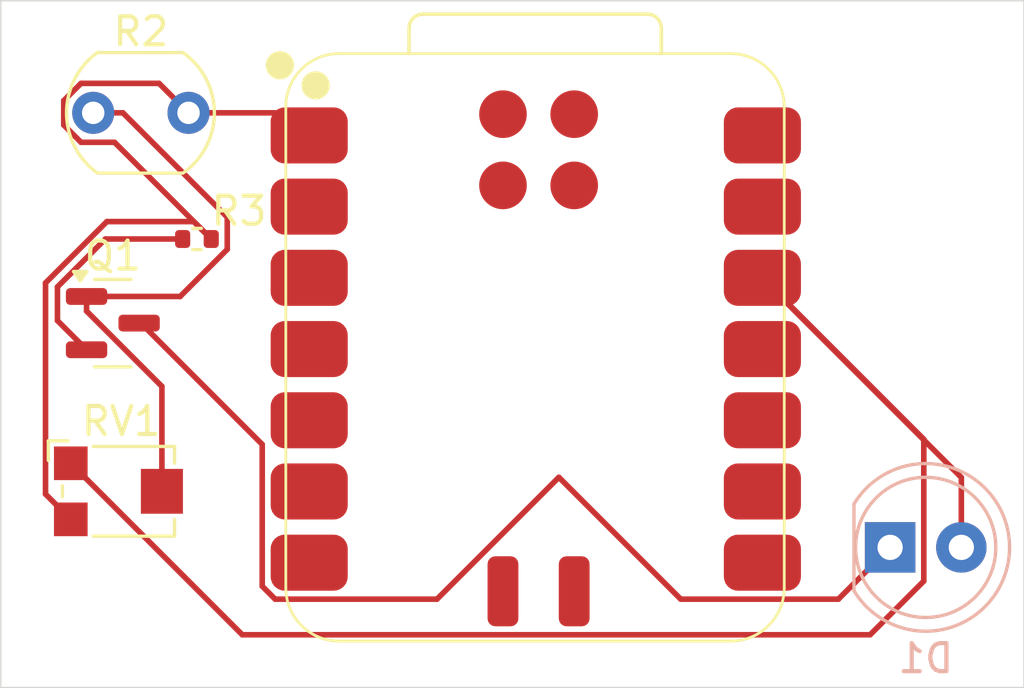
<source format=kicad_pcb>
(kicad_pcb (version 20241229) (generator "pcbnew") (generator_version "9.0")
  (layers (0 "F.Cu" signal) (2 "B.Cu" signal) (13 "F.Paste" user) (15 "B.Paste" user) (5 "F.SilkS" user "F.Silkscreen") (7 "B.SilkS" user "B.Silkscreen") (1 "F.Mask" user) (3 "B.Mask" user) (25 "Edge.Cuts" user))
  (net 0 "")
  (net 1 "Net-(D1-A)")
  (net 2 "Net-(D1-K)")
  (net 3 "Net-(U1-PA02_A0_D0)")
  (net 6 "Net-(Q1-G)")
  (net 7 "Net-(Q1-S)")
  (net 10 "+5V")
  (net 22 "GND")
  (footprint "Custom:XIAO-RP2040-SMD" (layer "F.Cu") (at 144.004 91.9255)
    (property "Reference" "U1" (hide yes))
    (property "Value" "Seeed Studio XIAO SAMD21")
    (fp_line (start -8.835 8.513) (end -8.835 -8.632) (stroke (width 0.1)) (layer "F.SilkS"))
    (fp_line (start -6.93 10.418) (end 7.04 10.418) (stroke (width 0.1)) (layer "F.SilkS"))
    (fp_line (start -4.44 -10.537) (end -4.436272 -11.447272) (stroke (width 0.127)) (layer "F.SilkS"))
    (fp_line (start -3.936272 -11.947) (end 4.059 -11.947) (stroke (width 0.127)) (layer "F.SilkS"))
    (fp_line (start 4.559 -11.447) (end 4.559 -10.537) (stroke (width 0.127)) (layer "F.SilkS"))
    (fp_line (start 7.04 -10.537) (end -6.93 -10.537) (stroke (width 0.1)) (layer "F.SilkS"))
    (fp_line (start 8.945 8.513) (end 8.945 -8.632) (stroke (width 0.1)) (layer "F.SilkS"))
    (fp_arc (start -8.835 -8.636) (mid -8.277038 -9.983038) (end -6.93 -10.541) (stroke (width 0.1)) (layer "F.SilkS"))
    (fp_arc (start -6.93 10.418) (mid -8.277038 9.860038) (end -8.835 8.513) (stroke (width 0.1)) (layer "F.SilkS"))
    (fp_arc (start -4.436272 -11.447272) (mid -4.289724 -11.800644) (end -3.936272 -11.947) (stroke (width 0.127)) (layer "F.SilkS"))
    (fp_arc (start 4.059 -11.947) (mid 4.412553 -11.800553) (end 4.559 -11.447) (stroke (width 0.127)) (layer "F.SilkS"))
    (fp_arc (start 7.04 -10.537) (mid 8.387038 -9.979038) (end 8.945 -8.632) (stroke (width 0.1)) (layer "F.SilkS"))
    (fp_arc (start 8.945 8.513) (mid 8.387038 9.860038) (end 7.04 10.418) (stroke (width 0.1)) (layer "F.SilkS"))
    (fp_circle (center -9.045 -10.121) (end -9.045 -10.375) (stroke (width 0.5)) (fill yes) (layer "F.SilkS"))
    (fp_circle (center -7.771 -9.404) (end -7.771 -9.658) (stroke (width 0.5)) (fill yes) (layer "F.SilkS"))
    (pad "1" smd roundrect (at -8 -7.62) (size 2.75 2) (layers "F.Cu" "F.Mask" "F.Paste") (net 3 "Net-(U1-PA02_A0_D0)"))
    (pad "2" smd roundrect (at -8 -5.08) (size 2.75 2) (layers "F.Cu" "F.Mask" "F.Paste"))
    (pad "3" smd roundrect (at -8 -2.54) (size 2.75 2) (layers "F.Cu" "F.Mask" "F.Paste"))
    (pad "4" smd roundrect (at -8 0) (size 2.75 2) (layers "F.Cu" "F.Mask" "F.Paste"))
    (pad "5" smd roundrect (at -8 2.54) (size 2.75 2) (layers "F.Cu" "F.Mask" "F.Paste"))
    (pad "6" smd roundrect (at -8 5.08) (size 2.75 2) (layers "F.Cu" "F.Mask" "F.Paste"))
    (pad "7" smd roundrect (at -8 7.62) (size 2.75 2) (layers "F.Cu" "F.Mask" "F.Paste"))
    (pad "8" smd roundrect (at 8.165 7.62) (size 2.75 2) (layers "F.Cu" "F.Mask" "F.Paste"))
    (pad "9" smd roundrect (at 8.165 5.08) (size 2.75 2) (layers "F.Cu" "F.Mask" "F.Paste"))
    (pad "10" smd roundrect (at 8.165 2.54) (size 2.75 2) (layers "F.Cu" "F.Mask" "F.Paste"))
    (pad "11" smd roundrect (at 8.165 0) (size 2.75 2) (layers "F.Cu" "F.Mask" "F.Paste"))
    (pad "12" smd roundrect (at 8.165 -2.54) (size 2.75 2) (layers "F.Cu" "F.Mask" "F.Paste") (net 1 "Net-(D1-A)"))
    (pad "13" smd roundrect (at 8.165 -5.08) (size 2.75 2) (layers "F.Cu" "F.Mask" "F.Paste") (net 22 "GND"))
    (pad "14" smd roundrect (at 8.165 -7.62) (size 2.75 2) (layers "F.Cu" "F.Mask" "F.Paste") (net 10 "+5V"))
    (pad "15" smd roundrect (at -1.088 8.64 270) (size 2.5 1.1) (layers "F.Cu" "F.Mask" "F.Paste"))
    (pad "16" smd roundrect (at 1.452 8.64 270) (size 2.5 1.1) (layers "F.Cu" "F.Mask" "F.Paste"))
    (pad "17" smd circle (at -1.088 -8.378) (size 1.7 1.7) (layers "F.Cu" "F.Mask" "F.Paste"))
    (pad "18" smd circle (at 1.452 -8.378) (size 1.7 1.7) (layers "F.Cu" "F.Mask" "F.Paste"))
    (pad "19" smd circle (at -1.088 -5.838) (size 1.7 1.7) (layers "F.Cu" "F.Mask" "F.Paste"))
    (pad "20" smd circle (at 1.452 -5.838) (size 1.7 1.7) (layers "F.Cu" "F.Mask" "F.Paste"))
  )
  (footprint "Potentiometer_SMD:Potentiometer_Bourns_TC33X_Vertical" (layer "F.Cu") (at 129.3 97)
    (property "Reference" "RV1" (at 0 -2.5 0) (layer "F.SilkS"))
    (property "Value" "100kΩ")
    (fp_line (start -2.6 -1.8) (end -2.6 -1.1) (stroke (width 0.12)) (layer "F.SilkS"))
    (fp_line (start -2.1 -0.2) (end -2.1 0.2) (stroke (width 0.12)) (layer "F.SilkS"))
    (fp_line (start -1.9 -1.8) (end -2.6 -1.8) (stroke (width 0.12)) (layer "F.SilkS"))
    (fp_line (start -1 -1.6) (end 1.9 -1.6) (stroke (width 0.12)) (layer "F.SilkS"))
    (fp_line (start -1 1.6) (end 1.9 1.6) (stroke (width 0.12)) (layer "F.SilkS"))
    (fp_line (start 1.9 -1.6) (end 1.9 -1) (stroke (width 0.12)) (layer "F.SilkS"))
    (fp_line (start 1.9 1.6) (end 1.9 1) (stroke (width 0.12)) (layer "F.SilkS"))
    (pad "1" smd rect (at -1.8 -1) (size 1.2 1.2) (layers "F.Cu" "F.Mask" "F.Paste") (net 1 "Net-(D1-A)"))
    (pad "2" smd rect (at 1.45 0) (size 1.5 1.6) (layers "F.Cu" "F.Mask" "F.Paste") (net 6 "Net-(Q1-G)"))
    (pad "3" smd rect (at -1.8 1) (size 1.2 1.2) (layers "F.Cu" "F.Mask" "F.Paste") (net 3 "Net-(U1-PA02_A0_D0)"))
  )
  (footprint "Resistor_SMD:R_0402_1005Metric" (layer "F.Cu") (at 132 88)
    (property "Reference" "R3" (at 1.5 -1 0) (layer "F.SilkS"))
    (property "Value" "68Ω")
    (fp_line (start -0.153641 -0.38) (end 0.153641 -0.38) (stroke (width 0.12)) (layer "F.SilkS"))
    (fp_line (start -0.153641 0.38) (end 0.153641 0.38) (stroke (width 0.12)) (layer "F.SilkS"))
    (pad "1" smd roundrect (at -0.51 0) (size 0.54 0.64) (layers "F.Cu" "F.Mask" "F.Paste") (net 7 "Net-(Q1-S)"))
    (pad "2" smd roundrect (at 0.51 0) (size 0.54 0.64) (layers "F.Cu" "F.Mask" "F.Paste") (net 3 "Net-(U1-PA02_A0_D0)"))
  )
  (footprint "OptoDevice:R_LDR_5.1x4.3mm_P3.4mm_Vertical" (layer "F.Cu") (at 128.3 83.5)
    (property "Reference" "R2" (at 1.7 -2.9 0) (layer "F.SilkS"))
    (property "Value" "3k-70kΩ")
    (fp_line (start 0.15 -2.15) (end 3.2 -2.15) (stroke (width 0.12)) (layer "F.SilkS"))
    (fp_line (start 0.15 2.15) (end 3.2 2.15) (stroke (width 0.12)) (layer "F.SilkS"))
    (fp_arc (start 0.15 2.15) (mid -0.950438 -0.013368) (end 0.171766 -2.165525) (stroke (width 0.12)) (layer "F.SilkS"))
    (fp_arc (start 3.2 -2.15) (mid 4.321403 -0.027338) (end 3.244513 2.118249) (stroke (width 0.12)) (layer "F.SilkS"))
    (pad "1" thru_hole circle (at 0 0) (size 1.5 1.5) (drill 0.8) (layers "*.Cu" "*.Mask") (net 6 "Net-(Q1-G)"))
    (pad "2" thru_hole circle (at 3.4 0) (size 1.5 1.5) (drill 0.8) (layers "*.Cu" "*.Mask") (net 3 "Net-(U1-PA02_A0_D0)"))
  )
  (footprint "Package_TO_SOT_SMD:SOT-23" (layer "F.Cu") (at 129 91)
    (property "Reference" "Q1" (at 0 -2.4 0) (layer "F.SilkS"))
    (property "Value" "~")
    (fp_line (start 0 -1.56) (end -0.65 -1.56) (stroke (width 0.12)) (layer "F.SilkS"))
    (fp_line (start 0 -1.56) (end 0.65 -1.56) (stroke (width 0.12)) (layer "F.SilkS"))
    (fp_line (start 0 1.56) (end -0.65 1.56) (stroke (width 0.12)) (layer "F.SilkS"))
    (fp_line (start 0 1.56) (end 0.65 1.56) (stroke (width 0.12)) (layer "F.SilkS"))
    (fp_poly (pts (xy -1.1625 -1.51) (xy -1.4025 -1.84) (xy -0.9225 -1.84)) (stroke (width 0.12)) (fill yes) (layer "F.SilkS"))
    (pad "1" smd roundrect (at -0.9375 -0.95) (size 1.475 0.6) (layers "F.Cu" "F.Mask" "F.Paste") (net 6 "Net-(Q1-G)"))
    (pad "2" smd roundrect (at -0.9375 0.95) (size 1.475 0.6) (layers "F.Cu" "F.Mask" "F.Paste") (net 7 "Net-(Q1-S)"))
    (pad "3" smd roundrect (at 0.9375 0) (size 1.475 0.6) (layers "F.Cu" "F.Mask" "F.Paste") (net 2 "Net-(D1-K)"))
  )
  (footprint "LED_THT:LED_D5.0mm_Clear" (layer "B.Cu") (at 156.725 99)
    (property "Reference" "D1" (at 1.27 3.96 180) (layer "B.SilkS") (effects (justify mirror)))
    (property "Value" "LED")
    (fp_line (start -1.29 1.545) (end -1.29 -1.545) (stroke (width 0.12)) (layer "B.SilkS"))
    (fp_arc (start -1.29 -1.54483) (mid 2.071756 -2.880501) (end 4.26 -0.000048) (stroke (width 0.12)) (layer "B.SilkS"))
    (fp_arc (start 4.26 0.000048) (mid 2.071756 2.880501) (end -1.29 1.54483) (stroke (width 0.12)) (layer "B.SilkS"))
    (fp_circle (center 1.27 0) (end 3.77 0) (stroke (width 0.12)) (fill no) (layer "B.SilkS"))
    (pad "1" thru_hole rect (at 0 0) (size 1.8 1.8) (drill 0.9) (layers "*.Cu" "*.Mask") (net 2 "Net-(D1-K)"))
    (pad "2" thru_hole circle (at 2.54 0) (size 1.8 1.8) (drill 0.9) (layers "*.Cu" "*.Mask") (net 1 "Net-(D1-A)"))
  )
  (gr_rect (start 125 79.5) (end 161.5 104) (stroke (width 0.05)) (fill no) (layer "Edge.Cuts"))
  (segment (start 152.169 89.3855) (end 152.1145 89.3855) (width 0.2) (layer "F.Cu") (net 1))
  (segment (start 157.926 95.1425) (end 157.926 100.201) (width 0.2) (layer "F.Cu") (net 1))
  (segment (start 133.6165 102.1165) (end 127.5 96) (width 0.2) (layer "F.Cu") (net 1))
  (segment (start 152.169 89.3855) (end 157.926 95.1425) (width 0.2) (layer "F.Cu") (net 1))
  (segment (start 156.0105 102.1165) (end 133.6165 102.1165) (width 0.2) (layer "F.Cu") (net 1))
  (segment (start 152.258558 89.5) (end 159.265 96.506442) (width 0.2) (layer "F.Cu") (net 1))
  (segment (start 152.1145 89.3855) (end 152 89.5) (width 0.2) (layer "F.Cu") (net 1))
  (segment (start 152 89.5) (end 152.258558 89.5) (width 0.2) (layer "F.Cu") (net 1))
  (segment (start 159.265 96.506442) (end 159.265 99) (width 0.2) (layer "F.Cu") (net 1))
  (segment (start 157.926 100.201) (end 156.0105 102.1165) (width 0.2) (layer "F.Cu") (net 1))
  (segment (start 134.789942 100.8465) (end 140.562794 100.8465) (width 0.2) (layer "F.Cu") (net 2))
  (segment (start 130 91) (end 134.328 95.328) (width 0.2) (layer "F.Cu") (net 2))
  (segment (start 154.8785 100.8465) (end 156.725 99) (width 0.2) (layer "F.Cu") (net 2))
  (segment (start 134.328 95.328) (end 134.328 100.384558) (width 0.2) (layer "F.Cu") (net 2))
  (segment (start 140.562794 100.8465) (end 144.909294 96.5) (width 0.2) (layer "F.Cu") (net 2))
  (segment (start 129.9375 91) (end 130 91) (width 0.2) (layer "F.Cu") (net 2))
  (segment (start 134.328 100.384558) (end 134.789942 100.8465) (width 0.2) (layer "F.Cu") (net 2))
  (segment (start 149.255794 100.8465) (end 154.8785 100.8465) (width 0.2) (layer "F.Cu") (net 2))
  (segment (start 144.909294 96.5) (end 149.255794 100.8465) (width 0.2) (layer "F.Cu") (net 2))
  (segment (start 128.786932 87.379) (end 131.889 87.379) (width 0.2) (layer "F.Cu") (net 3))
  (segment (start 131.7 83.5) (end 135.1985 83.5) (width 0.2) (layer "F.Cu") (net 3))
  (segment (start 126.599 97.099) (end 126.599 89.566932) (width 0.2) (layer "F.Cu") (net 3))
  (segment (start 129.061 84.551) (end 132.51 88) (width 0.2) (layer "F.Cu") (net 3))
  (segment (start 127.249 83.935339) (end 127.864661 84.551) (width 0.2) (layer "F.Cu") (net 3))
  (segment (start 127.5 98) (end 126.599 97.099) (width 0.2) (layer "F.Cu") (net 3))
  (segment (start 127.864661 82.449) (end 127.249 83.064661) (width 0.2) (layer "F.Cu") (net 3))
  (segment (start 126.599 89.566932) (end 128.786932 87.379) (width 0.2) (layer "F.Cu") (net 3))
  (segment (start 127.864661 84.551) (end 129.061 84.551) (width 0.2) (layer "F.Cu") (net 3))
  (segment (start 130.649 82.449) (end 127.864661 82.449) (width 0.2) (layer "F.Cu") (net 3))
  (segment (start 131.7 83.5) (end 130.649 82.449) (width 0.2) (layer "F.Cu") (net 3))
  (segment (start 131.889 87.379) (end 132.51 88) (width 0.2) (layer "F.Cu") (net 3))
  (segment (start 127.249 83.064661) (end 127.249 83.935339) (width 0.2) (layer "F.Cu") (net 3))
  (segment (start 135.1985 83.5) (end 136.004 84.3055) (width 0.2) (layer "F.Cu") (net 3))
  (segment (start 130.75 93.258032) (end 128.0625 90.570532) (width 0.2) (layer "F.Cu") (net 6))
  (segment (start 131.40034 90.05) (end 128.0625 90.05) (width 0.2) (layer "F.Cu") (net 6))
  (segment (start 128.3 83.5) (end 129.36066 83.5) (width 0.2) (layer "F.Cu") (net 6))
  (segment (start 128.0625 90.570532) (end 128.0625 90.05) (width 0.2) (layer "F.Cu") (net 6))
  (segment (start 133.081 87.22034) (end 133.081 88.36934) (width 0.2) (layer "F.Cu") (net 6))
  (segment (start 130.75 97) (end 130.75 93.258032) (width 0.2) (layer "F.Cu") (net 6))
  (segment (start 129.36066 83.5) (end 133.081 87.22034) (width 0.2) (layer "F.Cu") (net 6))
  (segment (start 133.081 88.36934) (end 131.40034 90.05) (width 0.2) (layer "F.Cu") (net 6))
  (segment (start 127.024 89.709032) (end 128.733032 88) (width 0.2) (layer "F.Cu") (net 7))
  (segment (start 127.024 90.9115) (end 127.024 89.709032) (width 0.2) (layer "F.Cu") (net 7))
  (segment (start 128.0625 91.95) (end 127.024 90.9115) (width 0.2) (layer "F.Cu") (net 7))
  (segment (start 128.733032 88) (end 131.49 88) (width 0.2) (layer "F.Cu") (net 7))
)
</source>
